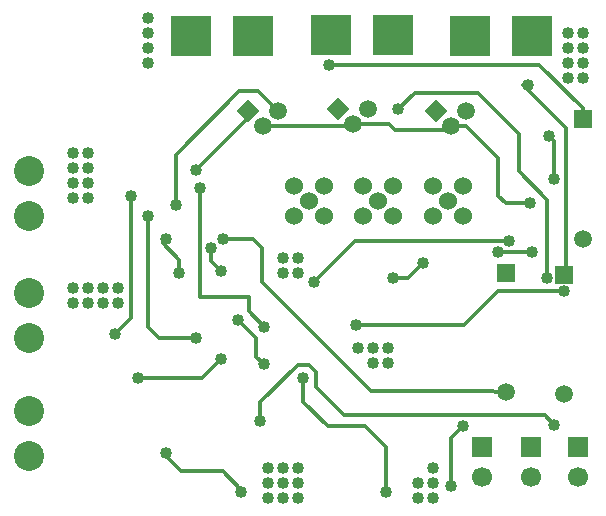
<source format=gbr>
G04 DipTrace 4.0.0.2*
G04 2 - Bottom.gbr*
%MOIN*%
G04 #@! TF.FileFunction,Copper,L2,Bot*
G04 #@! TF.Part,Single*
%AMOUTLINE3*
4,1,4,
-0.038976,0.0,
0.0,0.038976,
0.038976,0.0,
0.0,-0.038976,
-0.038976,0.0,
0*%
G04 #@! TA.AperFunction,Conductor*
%ADD12C,0.012992*%
G04 #@! TA.AperFunction,ComponentPad*
%ADD16R,0.059055X0.059055*%
%ADD17C,0.059055*%
%ADD18C,0.06*%
%ADD19C,0.1*%
%ADD22R,0.066929X0.066929*%
%ADD23C,0.066929*%
%ADD25R,0.137795X0.137795*%
G04 #@! TA.AperFunction,ViaPad*
%ADD27C,0.04*%
G04 #@! TA.AperFunction,ComponentPad*
%ADD69OUTLINE3*%
%FSLAX26Y26*%
G04*
G70*
G90*
G75*
G01*
G04 Bottom*
%LPD*%
X2043700Y718700D2*
D12*
X2006200Y681200D1*
Y518699D1*
X1912451Y1262449D2*
X1862451Y1212449D1*
X1812449D1*
X1055608Y631200D2*
Y619289D1*
X1106199Y568699D1*
X1243697D1*
X1306197Y506199D1*
Y499949D1*
X1599947Y1924949D2*
X2299947D1*
X2443704Y1781192D1*
Y1742518D1*
X1548718Y1201178D2*
X1684990Y1337449D1*
X2199949D1*
X1687451Y1056200D2*
X2049949D1*
X2162448Y1168699D1*
X2381199D1*
X1382430Y1051179D2*
X1331199Y1102410D1*
Y1149948D1*
X1168697D1*
Y1512448D1*
X2262449Y1856200D2*
X2243700D1*
X2387448Y1712452D1*
Y1230024D1*
X2381192Y1223768D1*
X993697Y1418699D2*
Y1049949D1*
X1031199Y1012448D1*
X1156197D1*
X962449Y881199D2*
X1174948D1*
X1237448Y943699D1*
X2349947Y1543699D2*
Y1668704D1*
X2331200Y1687449D1*
X2162449Y1299951D2*
X2274949D1*
X1829675Y1776476D2*
X1884398Y1831199D1*
X2093697D1*
X2231197Y1693699D1*
Y1568699D1*
X2324947Y1474949D1*
Y1212448D1*
X1206200Y1312449D2*
Y1268696D1*
X1237448Y1237448D1*
X1156197Y1574949D2*
X1329674Y1748424D1*
Y1770224D1*
X2349948Y724949D2*
X2318699Y756199D1*
X1649947D1*
X1556197Y849948D1*
Y899948D1*
X1531197Y924948D1*
X1493699D1*
X1368699Y799948D1*
Y737448D1*
X2187461Y832381D2*
X2151125D1*
X2146058Y837448D1*
X1737448D1*
X1374947Y1199949D1*
Y1312449D1*
X1343697Y1343699D1*
X1243699D1*
X1087448Y1456199D2*
Y1624949D1*
X1299947Y1837448D1*
X1362448D1*
X1429672Y1770224D1*
X1512448Y881199D2*
Y799948D1*
X1593697Y718699D1*
X1718699D1*
X1787448Y649949D1*
Y499949D1*
X1381444Y925195D2*
X1356199Y950440D1*
Y1012447D1*
X1294804Y1073842D1*
X1056200Y1343699D2*
X1043699Y1331197D1*
X1099947Y1274949D1*
Y1231200D1*
X884347Y1028099D2*
X937447Y1081199D1*
Y1487448D1*
X1379672Y1720224D2*
X1673423D1*
X1679675Y1726476D1*
X1798420D1*
X1818697Y1706199D1*
X1990648D1*
X2004672Y1720224D1*
X2054674D1*
X2162449Y1612448D1*
Y1487449D1*
X2187449Y1462449D1*
X2268697D1*
D27*
X2043700Y718700D3*
X2006200Y518699D3*
X1912451Y1262449D3*
X1812449Y1212449D3*
X1055608Y631200D3*
X1306197Y499949D3*
X1599947Y1924949D3*
X1548718Y1201178D3*
X2199949Y1337449D3*
X1687451Y1056200D3*
X2381199Y1168699D3*
X1382430Y1051179D3*
X1168697Y1512448D3*
X2262449Y1856200D3*
X993697Y1418699D3*
X1156197Y1012448D3*
X962449Y881199D3*
X1237448Y943699D3*
X2349947Y1543699D3*
X2331200Y1687449D3*
X2162449Y1299951D3*
X2274949D3*
X1829675Y1776476D3*
X2324947Y1212448D3*
X1206200Y1312449D3*
X1237448Y1237448D3*
X1156197Y1574949D3*
X2349948Y724949D3*
X1368699Y737448D3*
X1243699Y1343699D3*
X1087448Y1456199D3*
X1512448Y881199D3*
X1787448Y499949D3*
X1381444Y925195D3*
X1294804Y1073842D3*
X1056200Y1343699D3*
X1099947Y1231200D3*
X884347Y1028099D3*
X937447Y1487448D3*
X2268697Y1462449D3*
X1693700Y981200D3*
X1743700D3*
X1793700D3*
Y931200D3*
X1743700D3*
X993700Y2081200D3*
Y2031200D3*
Y1981200D3*
Y1931200D3*
X793700Y1631200D3*
Y1581200D3*
Y1531200D3*
Y1481200D3*
X743700Y1631200D3*
Y1581200D3*
Y1531200D3*
Y1481200D3*
X793700Y1181200D3*
X843700D3*
X893700D3*
Y1131200D3*
X843700D3*
X793700D3*
X743700D3*
Y1181200D3*
X1393700Y581200D3*
Y531200D3*
Y481200D3*
X1443700D3*
X1493700D3*
Y531200D3*
X1443700D3*
Y581200D3*
X1493700D3*
X1893700Y531200D3*
Y481200D3*
X1943700D3*
Y531200D3*
Y581200D3*
X1443700Y1281200D3*
X1493700D3*
Y1231200D3*
X1443700D3*
X2443700Y2031200D3*
Y1981200D3*
Y1931200D3*
Y1881200D3*
X2393700Y2031200D3*
Y1981200D3*
Y1881200D3*
Y1931200D3*
D16*
X2187440Y1230019D3*
D17*
X2187462Y832381D3*
D16*
X2443703Y1742518D3*
D17*
X2443691Y1344880D3*
D16*
X2381192Y1223768D3*
D17*
X2381208Y826130D3*
D18*
X1481197Y1518699D3*
X1581197D3*
X1481197Y1418699D3*
X1581197D3*
X1531197Y1468699D3*
X1712448Y1518699D3*
X1812448D3*
X1712448Y1418699D3*
X1812448D3*
X1762448Y1468699D3*
X1943699Y1518699D3*
X2043699D3*
X1943699Y1418699D3*
X2043699D3*
X1993699Y1468699D3*
D19*
X599951Y768700D3*
Y618700D3*
D22*
X2427419Y649951D3*
D23*
X2427417Y549951D3*
D22*
X2271166Y649949D3*
D23*
X2271171Y549949D3*
D22*
X2108666Y649949D3*
D23*
X2108671Y549949D3*
D25*
X1343700Y2018700D3*
X1606200Y2024951D3*
X2068700Y2018700D3*
X1137449D3*
X1812449Y2024951D3*
X2274949Y2018700D3*
D17*
X1429672Y1770224D3*
D69*
X1329672D3*
D17*
X1379672Y1720224D3*
X2054672Y1770224D3*
D69*
X1954672D3*
D17*
X2004672Y1720224D3*
X1729675Y1776476D3*
D69*
X1629675D3*
D17*
X1679675Y1726476D3*
D19*
X599951Y1568700D3*
X599953Y1418700D3*
X599951Y1162449D3*
X599953Y1012449D3*
M02*

</source>
